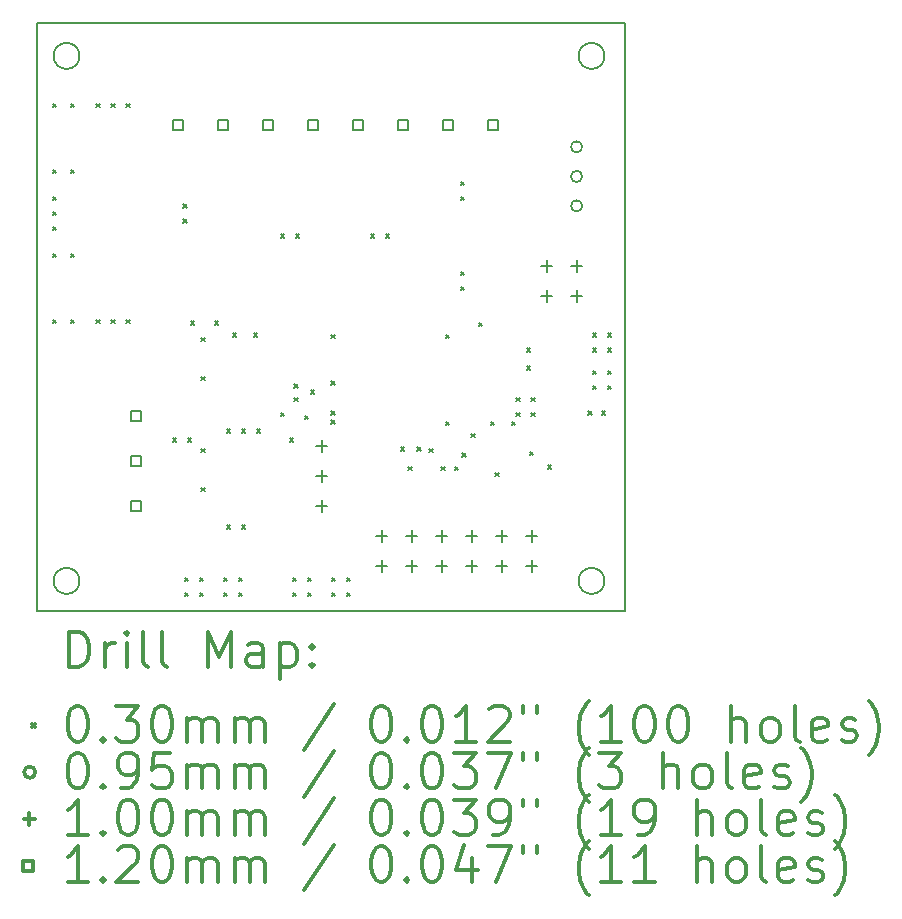
<source format=gbr>
%FSLAX45Y45*%
G04 Gerber Fmt 4.5, Leading zero omitted, Abs format (unit mm)*
G04 Created by KiCad (PCBNEW (5.1.6)-1) date 2021-01-30 12:40:00*
%MOMM*%
%LPD*%
G01*
G04 APERTURE LIST*
%TA.AperFunction,Profile*%
%ADD10C,0.203200*%
%TD*%
%ADD11C,0.200000*%
%ADD12C,0.300000*%
G04 APERTURE END LIST*
D10*
X10524000Y-12954000D02*
G75*
G03*
X10524000Y-12954000I-110000J0D01*
G01*
X14969000Y-12954000D02*
G75*
G03*
X14969000Y-12954000I-110000J0D01*
G01*
X14969000Y-8509000D02*
G75*
G03*
X14969000Y-8509000I-110000J0D01*
G01*
X10524000Y-8509000D02*
G75*
G03*
X10524000Y-8509000I-110000J0D01*
G01*
X10160000Y-8229600D02*
X15138400Y-8229600D01*
X15138400Y-13208000D02*
X15138400Y-8229600D01*
X10160000Y-13208000D02*
X10160000Y-8229600D01*
X10160000Y-13208000D02*
X15138400Y-13208000D01*
D11*
X10297160Y-8912860D02*
X10327640Y-8943340D01*
X10327640Y-8912860D02*
X10297160Y-8943340D01*
X10297160Y-9471660D02*
X10327640Y-9502140D01*
X10327640Y-9471660D02*
X10297160Y-9502140D01*
X10297160Y-9700260D02*
X10327640Y-9730740D01*
X10327640Y-9700260D02*
X10297160Y-9730740D01*
X10297160Y-9827260D02*
X10327640Y-9857740D01*
X10327640Y-9827260D02*
X10297160Y-9857740D01*
X10297160Y-9954260D02*
X10327640Y-9984740D01*
X10327640Y-9954260D02*
X10297160Y-9984740D01*
X10297160Y-10182860D02*
X10327640Y-10213340D01*
X10327640Y-10182860D02*
X10297160Y-10213340D01*
X10297160Y-10741660D02*
X10327640Y-10772140D01*
X10327640Y-10741660D02*
X10297160Y-10772140D01*
X10449560Y-8912860D02*
X10480040Y-8943340D01*
X10480040Y-8912860D02*
X10449560Y-8943340D01*
X10449560Y-9471660D02*
X10480040Y-9502140D01*
X10480040Y-9471660D02*
X10449560Y-9502140D01*
X10449560Y-10182860D02*
X10480040Y-10213340D01*
X10480040Y-10182860D02*
X10449560Y-10213340D01*
X10449560Y-10741660D02*
X10480040Y-10772140D01*
X10480040Y-10741660D02*
X10449560Y-10772140D01*
X10665460Y-8912860D02*
X10695940Y-8943340D01*
X10695940Y-8912860D02*
X10665460Y-8943340D01*
X10665460Y-10741660D02*
X10695940Y-10772140D01*
X10695940Y-10741660D02*
X10665460Y-10772140D01*
X10792460Y-8912860D02*
X10822940Y-8943340D01*
X10822940Y-8912860D02*
X10792460Y-8943340D01*
X10792460Y-10741660D02*
X10822940Y-10772140D01*
X10822940Y-10741660D02*
X10792460Y-10772140D01*
X10919460Y-8912860D02*
X10949940Y-8943340D01*
X10949940Y-8912860D02*
X10919460Y-8943340D01*
X10919460Y-10741660D02*
X10949940Y-10772140D01*
X10949940Y-10741660D02*
X10919460Y-10772140D01*
X11313160Y-11744960D02*
X11343640Y-11775440D01*
X11343640Y-11744960D02*
X11313160Y-11775440D01*
X11402060Y-9763760D02*
X11432540Y-9794240D01*
X11432540Y-9763760D02*
X11402060Y-9794240D01*
X11402060Y-9890760D02*
X11432540Y-9921240D01*
X11432540Y-9890760D02*
X11402060Y-9921240D01*
X11414760Y-12926060D02*
X11445240Y-12956540D01*
X11445240Y-12926060D02*
X11414760Y-12956540D01*
X11414760Y-13053060D02*
X11445240Y-13083540D01*
X11445240Y-13053060D02*
X11414760Y-13083540D01*
X11440160Y-11744960D02*
X11470640Y-11775440D01*
X11470640Y-11744960D02*
X11440160Y-11775440D01*
X11465560Y-10754360D02*
X11496040Y-10784840D01*
X11496040Y-10754360D02*
X11465560Y-10784840D01*
X11541760Y-12926060D02*
X11572240Y-12956540D01*
X11572240Y-12926060D02*
X11541760Y-12956540D01*
X11541760Y-13053060D02*
X11572240Y-13083540D01*
X11572240Y-13053060D02*
X11541760Y-13083540D01*
X11554110Y-10894410D02*
X11584590Y-10924890D01*
X11584590Y-10894410D02*
X11554110Y-10924890D01*
X11554110Y-11834210D02*
X11584590Y-11864690D01*
X11584590Y-11834210D02*
X11554110Y-11864690D01*
X11554460Y-11224260D02*
X11584940Y-11254740D01*
X11584940Y-11224260D02*
X11554460Y-11254740D01*
X11554460Y-12164060D02*
X11584940Y-12194540D01*
X11584940Y-12164060D02*
X11554460Y-12194540D01*
X11668760Y-10754360D02*
X11699240Y-10784840D01*
X11699240Y-10754360D02*
X11668760Y-10784840D01*
X11744960Y-12926060D02*
X11775440Y-12956540D01*
X11775440Y-12926060D02*
X11744960Y-12956540D01*
X11744960Y-13053060D02*
X11775440Y-13083540D01*
X11775440Y-13053060D02*
X11744960Y-13083540D01*
X11770360Y-11668760D02*
X11800840Y-11699240D01*
X11800840Y-11668760D02*
X11770360Y-11699240D01*
X11770360Y-12481560D02*
X11800840Y-12512040D01*
X11800840Y-12481560D02*
X11770360Y-12512040D01*
X11821160Y-10855960D02*
X11851640Y-10886440D01*
X11851640Y-10855960D02*
X11821160Y-10886440D01*
X11871960Y-12926060D02*
X11902440Y-12956540D01*
X11902440Y-12926060D02*
X11871960Y-12956540D01*
X11871960Y-13053060D02*
X11902440Y-13083540D01*
X11902440Y-13053060D02*
X11871960Y-13083540D01*
X11897360Y-11668760D02*
X11927840Y-11699240D01*
X11927840Y-11668760D02*
X11897360Y-11699240D01*
X11897360Y-12481560D02*
X11927840Y-12512040D01*
X11927840Y-12481560D02*
X11897360Y-12512040D01*
X11998960Y-10855960D02*
X12029440Y-10886440D01*
X12029440Y-10855960D02*
X11998960Y-10886440D01*
X12024360Y-11668760D02*
X12054840Y-11699240D01*
X12054840Y-11668760D02*
X12024360Y-11699240D01*
X12227560Y-10017760D02*
X12258040Y-10048240D01*
X12258040Y-10017760D02*
X12227560Y-10048240D01*
X12227560Y-11529060D02*
X12258040Y-11559540D01*
X12258040Y-11529060D02*
X12227560Y-11559540D01*
X12303760Y-11744960D02*
X12334240Y-11775440D01*
X12334240Y-11744960D02*
X12303760Y-11775440D01*
X12329160Y-12926060D02*
X12359640Y-12956540D01*
X12359640Y-12926060D02*
X12329160Y-12956540D01*
X12329160Y-13053060D02*
X12359640Y-13083540D01*
X12359640Y-13053060D02*
X12329160Y-13083540D01*
X12341860Y-11287760D02*
X12372340Y-11318240D01*
X12372340Y-11287760D02*
X12341860Y-11318240D01*
X12341860Y-11402060D02*
X12372340Y-11432540D01*
X12372340Y-11402060D02*
X12341860Y-11432540D01*
X12354560Y-10017760D02*
X12385040Y-10048240D01*
X12385040Y-10017760D02*
X12354560Y-10048240D01*
X12430760Y-11554460D02*
X12461240Y-11584940D01*
X12461240Y-11554460D02*
X12430760Y-11584940D01*
X12456160Y-12926060D02*
X12486640Y-12956540D01*
X12486640Y-12926060D02*
X12456160Y-12956540D01*
X12456160Y-13053060D02*
X12486640Y-13083540D01*
X12486640Y-13053060D02*
X12456160Y-13083540D01*
X12481560Y-11338560D02*
X12512040Y-11369040D01*
X12512040Y-11338560D02*
X12481560Y-11369040D01*
X12653010Y-10868660D02*
X12683490Y-10899140D01*
X12683490Y-10868660D02*
X12653010Y-10899140D01*
X12653010Y-11262360D02*
X12683490Y-11292840D01*
X12683490Y-11262360D02*
X12653010Y-11292840D01*
X12653010Y-11516360D02*
X12683490Y-11546840D01*
X12683490Y-11516360D02*
X12653010Y-11546840D01*
X12653010Y-11592560D02*
X12683490Y-11623040D01*
X12683490Y-11592560D02*
X12653010Y-11623040D01*
X12659360Y-12926060D02*
X12689840Y-12956540D01*
X12689840Y-12926060D02*
X12659360Y-12956540D01*
X12659360Y-13053060D02*
X12689840Y-13083540D01*
X12689840Y-13053060D02*
X12659360Y-13083540D01*
X12786360Y-12926060D02*
X12816840Y-12956540D01*
X12816840Y-12926060D02*
X12786360Y-12956540D01*
X12786360Y-13053060D02*
X12816840Y-13083540D01*
X12816840Y-13053060D02*
X12786360Y-13083540D01*
X12989560Y-10017760D02*
X13020040Y-10048240D01*
X13020040Y-10017760D02*
X12989560Y-10048240D01*
X13116560Y-10017760D02*
X13147040Y-10048240D01*
X13147040Y-10017760D02*
X13116560Y-10048240D01*
X13243560Y-11821160D02*
X13274040Y-11851640D01*
X13274040Y-11821160D02*
X13243560Y-11851640D01*
X13307060Y-11986260D02*
X13337540Y-12016740D01*
X13337540Y-11986260D02*
X13307060Y-12016740D01*
X13383260Y-11821160D02*
X13413740Y-11851640D01*
X13413740Y-11821160D02*
X13383260Y-11851640D01*
X13484860Y-11833860D02*
X13515340Y-11864340D01*
X13515340Y-11833860D02*
X13484860Y-11864340D01*
X13586460Y-11986260D02*
X13616940Y-12016740D01*
X13616940Y-11986260D02*
X13586460Y-12016740D01*
X13624560Y-10868660D02*
X13655040Y-10899140D01*
X13655040Y-10868660D02*
X13624560Y-10899140D01*
X13624560Y-11605260D02*
X13655040Y-11635740D01*
X13655040Y-11605260D02*
X13624560Y-11635740D01*
X13700760Y-11986260D02*
X13731240Y-12016740D01*
X13731240Y-11986260D02*
X13700760Y-12016740D01*
X13751560Y-9573260D02*
X13782040Y-9603740D01*
X13782040Y-9573260D02*
X13751560Y-9603740D01*
X13751560Y-9700260D02*
X13782040Y-9730740D01*
X13782040Y-9700260D02*
X13751560Y-9730740D01*
X13751560Y-10335260D02*
X13782040Y-10365740D01*
X13782040Y-10335260D02*
X13751560Y-10365740D01*
X13751560Y-10462260D02*
X13782040Y-10492740D01*
X13782040Y-10462260D02*
X13751560Y-10492740D01*
X13764260Y-11871960D02*
X13794740Y-11902440D01*
X13794740Y-11871960D02*
X13764260Y-11902440D01*
X13840460Y-11706860D02*
X13870940Y-11737340D01*
X13870940Y-11706860D02*
X13840460Y-11737340D01*
X13903960Y-10767059D02*
X13934440Y-10797539D01*
X13934440Y-10767059D02*
X13903960Y-10797539D01*
X14005560Y-11605260D02*
X14036040Y-11635740D01*
X14036040Y-11605260D02*
X14005560Y-11635740D01*
X14043660Y-12037060D02*
X14074140Y-12067540D01*
X14074140Y-12037060D02*
X14043660Y-12067540D01*
X14183360Y-11605260D02*
X14213840Y-11635740D01*
X14213840Y-11605260D02*
X14183360Y-11635740D01*
X14221460Y-11402060D02*
X14251940Y-11432540D01*
X14251940Y-11402060D02*
X14221460Y-11432540D01*
X14221460Y-11529060D02*
X14251940Y-11559540D01*
X14251940Y-11529060D02*
X14221460Y-11559540D01*
X14310360Y-10982960D02*
X14340840Y-11013440D01*
X14340840Y-10982960D02*
X14310360Y-11013440D01*
X14310360Y-11135360D02*
X14340840Y-11165840D01*
X14340840Y-11135360D02*
X14310360Y-11165840D01*
X14335760Y-11859260D02*
X14366240Y-11889740D01*
X14366240Y-11859260D02*
X14335760Y-11889740D01*
X14348460Y-11402060D02*
X14378940Y-11432540D01*
X14378940Y-11402060D02*
X14348460Y-11432540D01*
X14348460Y-11529060D02*
X14378940Y-11559540D01*
X14378940Y-11529060D02*
X14348460Y-11559540D01*
X14488160Y-11973560D02*
X14518640Y-12004040D01*
X14518640Y-11973560D02*
X14488160Y-12004040D01*
X14831060Y-11516360D02*
X14861540Y-11546840D01*
X14861540Y-11516360D02*
X14831060Y-11546840D01*
X14869160Y-10855960D02*
X14899640Y-10886440D01*
X14899640Y-10855960D02*
X14869160Y-10886440D01*
X14869160Y-10982960D02*
X14899640Y-11013440D01*
X14899640Y-10982960D02*
X14869160Y-11013440D01*
X14869160Y-11173460D02*
X14899640Y-11203940D01*
X14899640Y-11173460D02*
X14869160Y-11203940D01*
X14869160Y-11300460D02*
X14899640Y-11330940D01*
X14899640Y-11300460D02*
X14869160Y-11330940D01*
X14945360Y-11516360D02*
X14975840Y-11546840D01*
X14975840Y-11516360D02*
X14945360Y-11546840D01*
X14996160Y-10855960D02*
X15026640Y-10886440D01*
X15026640Y-10855960D02*
X14996160Y-10886440D01*
X14996160Y-10982960D02*
X15026640Y-11013440D01*
X15026640Y-10982960D02*
X14996160Y-11013440D01*
X14996160Y-11173460D02*
X15026640Y-11203940D01*
X15026640Y-11173460D02*
X14996160Y-11203940D01*
X14996160Y-11300460D02*
X15026640Y-11330940D01*
X15026640Y-11300460D02*
X14996160Y-11330940D01*
X14779500Y-9279000D02*
G75*
G03*
X14779500Y-9279000I-47500J0D01*
G01*
X14779500Y-9529000D02*
G75*
G03*
X14779500Y-9529000I-47500J0D01*
G01*
X14779500Y-9779000D02*
G75*
G03*
X14779500Y-9779000I-47500J0D01*
G01*
X13081000Y-12523000D02*
X13081000Y-12623000D01*
X13031000Y-12573000D02*
X13131000Y-12573000D01*
X13335000Y-12523000D02*
X13335000Y-12623000D01*
X13285000Y-12573000D02*
X13385000Y-12573000D01*
X13589000Y-12523000D02*
X13589000Y-12623000D01*
X13539000Y-12573000D02*
X13639000Y-12573000D01*
X13843000Y-12523000D02*
X13843000Y-12623000D01*
X13793000Y-12573000D02*
X13893000Y-12573000D01*
X14097000Y-12523000D02*
X14097000Y-12623000D01*
X14047000Y-12573000D02*
X14147000Y-12573000D01*
X14351000Y-12523000D02*
X14351000Y-12623000D01*
X14301000Y-12573000D02*
X14401000Y-12573000D01*
X12573000Y-11761000D02*
X12573000Y-11861000D01*
X12523000Y-11811000D02*
X12623000Y-11811000D01*
X12573000Y-12015000D02*
X12573000Y-12115000D01*
X12523000Y-12065000D02*
X12623000Y-12065000D01*
X12573000Y-12269000D02*
X12573000Y-12369000D01*
X12523000Y-12319000D02*
X12623000Y-12319000D01*
X14478000Y-10237000D02*
X14478000Y-10337000D01*
X14428000Y-10287000D02*
X14528000Y-10287000D01*
X14478000Y-10491000D02*
X14478000Y-10591000D01*
X14428000Y-10541000D02*
X14528000Y-10541000D01*
X14732000Y-10237000D02*
X14732000Y-10337000D01*
X14682000Y-10287000D02*
X14782000Y-10287000D01*
X14732000Y-10491000D02*
X14732000Y-10591000D01*
X14682000Y-10541000D02*
X14782000Y-10541000D01*
X13081000Y-12777000D02*
X13081000Y-12877000D01*
X13031000Y-12827000D02*
X13131000Y-12827000D01*
X13335000Y-12777000D02*
X13335000Y-12877000D01*
X13285000Y-12827000D02*
X13385000Y-12827000D01*
X13589000Y-12777000D02*
X13589000Y-12877000D01*
X13539000Y-12827000D02*
X13639000Y-12827000D01*
X13843000Y-12777000D02*
X13843000Y-12877000D01*
X13793000Y-12827000D02*
X13893000Y-12827000D01*
X14097000Y-12777000D02*
X14097000Y-12877000D01*
X14047000Y-12827000D02*
X14147000Y-12827000D01*
X14351000Y-12777000D02*
X14351000Y-12877000D01*
X14301000Y-12827000D02*
X14401000Y-12827000D01*
X11040627Y-11599427D02*
X11040627Y-11514573D01*
X10955773Y-11514573D01*
X10955773Y-11599427D01*
X11040627Y-11599427D01*
X11040627Y-11980427D02*
X11040627Y-11895573D01*
X10955773Y-11895573D01*
X10955773Y-11980427D01*
X11040627Y-11980427D01*
X11040627Y-12361427D02*
X11040627Y-12276573D01*
X10955773Y-12276573D01*
X10955773Y-12361427D01*
X11040627Y-12361427D01*
X11396227Y-9135627D02*
X11396227Y-9050773D01*
X11311373Y-9050773D01*
X11311373Y-9135627D01*
X11396227Y-9135627D01*
X11777227Y-9135627D02*
X11777227Y-9050773D01*
X11692373Y-9050773D01*
X11692373Y-9135627D01*
X11777227Y-9135627D01*
X12158227Y-9135627D02*
X12158227Y-9050773D01*
X12073373Y-9050773D01*
X12073373Y-9135627D01*
X12158227Y-9135627D01*
X12539227Y-9135627D02*
X12539227Y-9050773D01*
X12454373Y-9050773D01*
X12454373Y-9135627D01*
X12539227Y-9135627D01*
X12920227Y-9135627D02*
X12920227Y-9050773D01*
X12835373Y-9050773D01*
X12835373Y-9135627D01*
X12920227Y-9135627D01*
X13301227Y-9135627D02*
X13301227Y-9050773D01*
X13216373Y-9050773D01*
X13216373Y-9135627D01*
X13301227Y-9135627D01*
X13682227Y-9135627D02*
X13682227Y-9050773D01*
X13597373Y-9050773D01*
X13597373Y-9135627D01*
X13682227Y-9135627D01*
X14063227Y-9135627D02*
X14063227Y-9050773D01*
X13978373Y-9050773D01*
X13978373Y-9135627D01*
X14063227Y-9135627D01*
D12*
X10436268Y-13683874D02*
X10436268Y-13383874D01*
X10507697Y-13383874D01*
X10550554Y-13398160D01*
X10579126Y-13426731D01*
X10593411Y-13455303D01*
X10607697Y-13512446D01*
X10607697Y-13555303D01*
X10593411Y-13612446D01*
X10579126Y-13641017D01*
X10550554Y-13669589D01*
X10507697Y-13683874D01*
X10436268Y-13683874D01*
X10736268Y-13683874D02*
X10736268Y-13483874D01*
X10736268Y-13541017D02*
X10750554Y-13512446D01*
X10764840Y-13498160D01*
X10793411Y-13483874D01*
X10821983Y-13483874D01*
X10921983Y-13683874D02*
X10921983Y-13483874D01*
X10921983Y-13383874D02*
X10907697Y-13398160D01*
X10921983Y-13412446D01*
X10936268Y-13398160D01*
X10921983Y-13383874D01*
X10921983Y-13412446D01*
X11107697Y-13683874D02*
X11079126Y-13669589D01*
X11064840Y-13641017D01*
X11064840Y-13383874D01*
X11264840Y-13683874D02*
X11236268Y-13669589D01*
X11221983Y-13641017D01*
X11221983Y-13383874D01*
X11607697Y-13683874D02*
X11607697Y-13383874D01*
X11707697Y-13598160D01*
X11807697Y-13383874D01*
X11807697Y-13683874D01*
X12079126Y-13683874D02*
X12079126Y-13526731D01*
X12064840Y-13498160D01*
X12036268Y-13483874D01*
X11979126Y-13483874D01*
X11950554Y-13498160D01*
X12079126Y-13669589D02*
X12050554Y-13683874D01*
X11979126Y-13683874D01*
X11950554Y-13669589D01*
X11936268Y-13641017D01*
X11936268Y-13612446D01*
X11950554Y-13583874D01*
X11979126Y-13569589D01*
X12050554Y-13569589D01*
X12079126Y-13555303D01*
X12221983Y-13483874D02*
X12221983Y-13783874D01*
X12221983Y-13498160D02*
X12250554Y-13483874D01*
X12307697Y-13483874D01*
X12336268Y-13498160D01*
X12350554Y-13512446D01*
X12364840Y-13541017D01*
X12364840Y-13626731D01*
X12350554Y-13655303D01*
X12336268Y-13669589D01*
X12307697Y-13683874D01*
X12250554Y-13683874D01*
X12221983Y-13669589D01*
X12493411Y-13655303D02*
X12507697Y-13669589D01*
X12493411Y-13683874D01*
X12479126Y-13669589D01*
X12493411Y-13655303D01*
X12493411Y-13683874D01*
X12493411Y-13498160D02*
X12507697Y-13512446D01*
X12493411Y-13526731D01*
X12479126Y-13512446D01*
X12493411Y-13498160D01*
X12493411Y-13526731D01*
X10119360Y-14162920D02*
X10149840Y-14193400D01*
X10149840Y-14162920D02*
X10119360Y-14193400D01*
X10493411Y-14013874D02*
X10521983Y-14013874D01*
X10550554Y-14028160D01*
X10564840Y-14042446D01*
X10579126Y-14071017D01*
X10593411Y-14128160D01*
X10593411Y-14199589D01*
X10579126Y-14256731D01*
X10564840Y-14285303D01*
X10550554Y-14299589D01*
X10521983Y-14313874D01*
X10493411Y-14313874D01*
X10464840Y-14299589D01*
X10450554Y-14285303D01*
X10436268Y-14256731D01*
X10421983Y-14199589D01*
X10421983Y-14128160D01*
X10436268Y-14071017D01*
X10450554Y-14042446D01*
X10464840Y-14028160D01*
X10493411Y-14013874D01*
X10721983Y-14285303D02*
X10736268Y-14299589D01*
X10721983Y-14313874D01*
X10707697Y-14299589D01*
X10721983Y-14285303D01*
X10721983Y-14313874D01*
X10836268Y-14013874D02*
X11021983Y-14013874D01*
X10921983Y-14128160D01*
X10964840Y-14128160D01*
X10993411Y-14142446D01*
X11007697Y-14156731D01*
X11021983Y-14185303D01*
X11021983Y-14256731D01*
X11007697Y-14285303D01*
X10993411Y-14299589D01*
X10964840Y-14313874D01*
X10879126Y-14313874D01*
X10850554Y-14299589D01*
X10836268Y-14285303D01*
X11207697Y-14013874D02*
X11236268Y-14013874D01*
X11264840Y-14028160D01*
X11279126Y-14042446D01*
X11293411Y-14071017D01*
X11307697Y-14128160D01*
X11307697Y-14199589D01*
X11293411Y-14256731D01*
X11279126Y-14285303D01*
X11264840Y-14299589D01*
X11236268Y-14313874D01*
X11207697Y-14313874D01*
X11179126Y-14299589D01*
X11164840Y-14285303D01*
X11150554Y-14256731D01*
X11136268Y-14199589D01*
X11136268Y-14128160D01*
X11150554Y-14071017D01*
X11164840Y-14042446D01*
X11179126Y-14028160D01*
X11207697Y-14013874D01*
X11436268Y-14313874D02*
X11436268Y-14113874D01*
X11436268Y-14142446D02*
X11450554Y-14128160D01*
X11479126Y-14113874D01*
X11521983Y-14113874D01*
X11550554Y-14128160D01*
X11564840Y-14156731D01*
X11564840Y-14313874D01*
X11564840Y-14156731D02*
X11579126Y-14128160D01*
X11607697Y-14113874D01*
X11650554Y-14113874D01*
X11679126Y-14128160D01*
X11693411Y-14156731D01*
X11693411Y-14313874D01*
X11836268Y-14313874D02*
X11836268Y-14113874D01*
X11836268Y-14142446D02*
X11850554Y-14128160D01*
X11879126Y-14113874D01*
X11921983Y-14113874D01*
X11950554Y-14128160D01*
X11964840Y-14156731D01*
X11964840Y-14313874D01*
X11964840Y-14156731D02*
X11979126Y-14128160D01*
X12007697Y-14113874D01*
X12050554Y-14113874D01*
X12079126Y-14128160D01*
X12093411Y-14156731D01*
X12093411Y-14313874D01*
X12679126Y-13999589D02*
X12421983Y-14385303D01*
X13064840Y-14013874D02*
X13093411Y-14013874D01*
X13121983Y-14028160D01*
X13136268Y-14042446D01*
X13150554Y-14071017D01*
X13164840Y-14128160D01*
X13164840Y-14199589D01*
X13150554Y-14256731D01*
X13136268Y-14285303D01*
X13121983Y-14299589D01*
X13093411Y-14313874D01*
X13064840Y-14313874D01*
X13036268Y-14299589D01*
X13021983Y-14285303D01*
X13007697Y-14256731D01*
X12993411Y-14199589D01*
X12993411Y-14128160D01*
X13007697Y-14071017D01*
X13021983Y-14042446D01*
X13036268Y-14028160D01*
X13064840Y-14013874D01*
X13293411Y-14285303D02*
X13307697Y-14299589D01*
X13293411Y-14313874D01*
X13279126Y-14299589D01*
X13293411Y-14285303D01*
X13293411Y-14313874D01*
X13493411Y-14013874D02*
X13521983Y-14013874D01*
X13550554Y-14028160D01*
X13564840Y-14042446D01*
X13579126Y-14071017D01*
X13593411Y-14128160D01*
X13593411Y-14199589D01*
X13579126Y-14256731D01*
X13564840Y-14285303D01*
X13550554Y-14299589D01*
X13521983Y-14313874D01*
X13493411Y-14313874D01*
X13464840Y-14299589D01*
X13450554Y-14285303D01*
X13436268Y-14256731D01*
X13421983Y-14199589D01*
X13421983Y-14128160D01*
X13436268Y-14071017D01*
X13450554Y-14042446D01*
X13464840Y-14028160D01*
X13493411Y-14013874D01*
X13879126Y-14313874D02*
X13707697Y-14313874D01*
X13793411Y-14313874D02*
X13793411Y-14013874D01*
X13764840Y-14056731D01*
X13736268Y-14085303D01*
X13707697Y-14099589D01*
X13993411Y-14042446D02*
X14007697Y-14028160D01*
X14036268Y-14013874D01*
X14107697Y-14013874D01*
X14136268Y-14028160D01*
X14150554Y-14042446D01*
X14164840Y-14071017D01*
X14164840Y-14099589D01*
X14150554Y-14142446D01*
X13979126Y-14313874D01*
X14164840Y-14313874D01*
X14279126Y-14013874D02*
X14279126Y-14071017D01*
X14393411Y-14013874D02*
X14393411Y-14071017D01*
X14836268Y-14428160D02*
X14821983Y-14413874D01*
X14793411Y-14371017D01*
X14779126Y-14342446D01*
X14764840Y-14299589D01*
X14750554Y-14228160D01*
X14750554Y-14171017D01*
X14764840Y-14099589D01*
X14779126Y-14056731D01*
X14793411Y-14028160D01*
X14821983Y-13985303D01*
X14836268Y-13971017D01*
X15107697Y-14313874D02*
X14936268Y-14313874D01*
X15021983Y-14313874D02*
X15021983Y-14013874D01*
X14993411Y-14056731D01*
X14964840Y-14085303D01*
X14936268Y-14099589D01*
X15293411Y-14013874D02*
X15321983Y-14013874D01*
X15350554Y-14028160D01*
X15364840Y-14042446D01*
X15379126Y-14071017D01*
X15393411Y-14128160D01*
X15393411Y-14199589D01*
X15379126Y-14256731D01*
X15364840Y-14285303D01*
X15350554Y-14299589D01*
X15321983Y-14313874D01*
X15293411Y-14313874D01*
X15264840Y-14299589D01*
X15250554Y-14285303D01*
X15236268Y-14256731D01*
X15221983Y-14199589D01*
X15221983Y-14128160D01*
X15236268Y-14071017D01*
X15250554Y-14042446D01*
X15264840Y-14028160D01*
X15293411Y-14013874D01*
X15579126Y-14013874D02*
X15607697Y-14013874D01*
X15636268Y-14028160D01*
X15650554Y-14042446D01*
X15664840Y-14071017D01*
X15679126Y-14128160D01*
X15679126Y-14199589D01*
X15664840Y-14256731D01*
X15650554Y-14285303D01*
X15636268Y-14299589D01*
X15607697Y-14313874D01*
X15579126Y-14313874D01*
X15550554Y-14299589D01*
X15536268Y-14285303D01*
X15521983Y-14256731D01*
X15507697Y-14199589D01*
X15507697Y-14128160D01*
X15521983Y-14071017D01*
X15536268Y-14042446D01*
X15550554Y-14028160D01*
X15579126Y-14013874D01*
X16036268Y-14313874D02*
X16036268Y-14013874D01*
X16164840Y-14313874D02*
X16164840Y-14156731D01*
X16150554Y-14128160D01*
X16121983Y-14113874D01*
X16079126Y-14113874D01*
X16050554Y-14128160D01*
X16036268Y-14142446D01*
X16350554Y-14313874D02*
X16321983Y-14299589D01*
X16307697Y-14285303D01*
X16293411Y-14256731D01*
X16293411Y-14171017D01*
X16307697Y-14142446D01*
X16321983Y-14128160D01*
X16350554Y-14113874D01*
X16393411Y-14113874D01*
X16421983Y-14128160D01*
X16436268Y-14142446D01*
X16450554Y-14171017D01*
X16450554Y-14256731D01*
X16436268Y-14285303D01*
X16421983Y-14299589D01*
X16393411Y-14313874D01*
X16350554Y-14313874D01*
X16621983Y-14313874D02*
X16593411Y-14299589D01*
X16579126Y-14271017D01*
X16579126Y-14013874D01*
X16850554Y-14299589D02*
X16821983Y-14313874D01*
X16764840Y-14313874D01*
X16736268Y-14299589D01*
X16721983Y-14271017D01*
X16721983Y-14156731D01*
X16736268Y-14128160D01*
X16764840Y-14113874D01*
X16821983Y-14113874D01*
X16850554Y-14128160D01*
X16864840Y-14156731D01*
X16864840Y-14185303D01*
X16721983Y-14213874D01*
X16979126Y-14299589D02*
X17007697Y-14313874D01*
X17064840Y-14313874D01*
X17093411Y-14299589D01*
X17107697Y-14271017D01*
X17107697Y-14256731D01*
X17093411Y-14228160D01*
X17064840Y-14213874D01*
X17021983Y-14213874D01*
X16993411Y-14199589D01*
X16979126Y-14171017D01*
X16979126Y-14156731D01*
X16993411Y-14128160D01*
X17021983Y-14113874D01*
X17064840Y-14113874D01*
X17093411Y-14128160D01*
X17207697Y-14428160D02*
X17221983Y-14413874D01*
X17250554Y-14371017D01*
X17264840Y-14342446D01*
X17279126Y-14299589D01*
X17293411Y-14228160D01*
X17293411Y-14171017D01*
X17279126Y-14099589D01*
X17264840Y-14056731D01*
X17250554Y-14028160D01*
X17221983Y-13985303D01*
X17207697Y-13971017D01*
X10149840Y-14574160D02*
G75*
G03*
X10149840Y-14574160I-47500J0D01*
G01*
X10493411Y-14409874D02*
X10521983Y-14409874D01*
X10550554Y-14424160D01*
X10564840Y-14438446D01*
X10579126Y-14467017D01*
X10593411Y-14524160D01*
X10593411Y-14595589D01*
X10579126Y-14652731D01*
X10564840Y-14681303D01*
X10550554Y-14695589D01*
X10521983Y-14709874D01*
X10493411Y-14709874D01*
X10464840Y-14695589D01*
X10450554Y-14681303D01*
X10436268Y-14652731D01*
X10421983Y-14595589D01*
X10421983Y-14524160D01*
X10436268Y-14467017D01*
X10450554Y-14438446D01*
X10464840Y-14424160D01*
X10493411Y-14409874D01*
X10721983Y-14681303D02*
X10736268Y-14695589D01*
X10721983Y-14709874D01*
X10707697Y-14695589D01*
X10721983Y-14681303D01*
X10721983Y-14709874D01*
X10879126Y-14709874D02*
X10936268Y-14709874D01*
X10964840Y-14695589D01*
X10979126Y-14681303D01*
X11007697Y-14638446D01*
X11021983Y-14581303D01*
X11021983Y-14467017D01*
X11007697Y-14438446D01*
X10993411Y-14424160D01*
X10964840Y-14409874D01*
X10907697Y-14409874D01*
X10879126Y-14424160D01*
X10864840Y-14438446D01*
X10850554Y-14467017D01*
X10850554Y-14538446D01*
X10864840Y-14567017D01*
X10879126Y-14581303D01*
X10907697Y-14595589D01*
X10964840Y-14595589D01*
X10993411Y-14581303D01*
X11007697Y-14567017D01*
X11021983Y-14538446D01*
X11293411Y-14409874D02*
X11150554Y-14409874D01*
X11136268Y-14552731D01*
X11150554Y-14538446D01*
X11179126Y-14524160D01*
X11250554Y-14524160D01*
X11279126Y-14538446D01*
X11293411Y-14552731D01*
X11307697Y-14581303D01*
X11307697Y-14652731D01*
X11293411Y-14681303D01*
X11279126Y-14695589D01*
X11250554Y-14709874D01*
X11179126Y-14709874D01*
X11150554Y-14695589D01*
X11136268Y-14681303D01*
X11436268Y-14709874D02*
X11436268Y-14509874D01*
X11436268Y-14538446D02*
X11450554Y-14524160D01*
X11479126Y-14509874D01*
X11521983Y-14509874D01*
X11550554Y-14524160D01*
X11564840Y-14552731D01*
X11564840Y-14709874D01*
X11564840Y-14552731D02*
X11579126Y-14524160D01*
X11607697Y-14509874D01*
X11650554Y-14509874D01*
X11679126Y-14524160D01*
X11693411Y-14552731D01*
X11693411Y-14709874D01*
X11836268Y-14709874D02*
X11836268Y-14509874D01*
X11836268Y-14538446D02*
X11850554Y-14524160D01*
X11879126Y-14509874D01*
X11921983Y-14509874D01*
X11950554Y-14524160D01*
X11964840Y-14552731D01*
X11964840Y-14709874D01*
X11964840Y-14552731D02*
X11979126Y-14524160D01*
X12007697Y-14509874D01*
X12050554Y-14509874D01*
X12079126Y-14524160D01*
X12093411Y-14552731D01*
X12093411Y-14709874D01*
X12679126Y-14395589D02*
X12421983Y-14781303D01*
X13064840Y-14409874D02*
X13093411Y-14409874D01*
X13121983Y-14424160D01*
X13136268Y-14438446D01*
X13150554Y-14467017D01*
X13164840Y-14524160D01*
X13164840Y-14595589D01*
X13150554Y-14652731D01*
X13136268Y-14681303D01*
X13121983Y-14695589D01*
X13093411Y-14709874D01*
X13064840Y-14709874D01*
X13036268Y-14695589D01*
X13021983Y-14681303D01*
X13007697Y-14652731D01*
X12993411Y-14595589D01*
X12993411Y-14524160D01*
X13007697Y-14467017D01*
X13021983Y-14438446D01*
X13036268Y-14424160D01*
X13064840Y-14409874D01*
X13293411Y-14681303D02*
X13307697Y-14695589D01*
X13293411Y-14709874D01*
X13279126Y-14695589D01*
X13293411Y-14681303D01*
X13293411Y-14709874D01*
X13493411Y-14409874D02*
X13521983Y-14409874D01*
X13550554Y-14424160D01*
X13564840Y-14438446D01*
X13579126Y-14467017D01*
X13593411Y-14524160D01*
X13593411Y-14595589D01*
X13579126Y-14652731D01*
X13564840Y-14681303D01*
X13550554Y-14695589D01*
X13521983Y-14709874D01*
X13493411Y-14709874D01*
X13464840Y-14695589D01*
X13450554Y-14681303D01*
X13436268Y-14652731D01*
X13421983Y-14595589D01*
X13421983Y-14524160D01*
X13436268Y-14467017D01*
X13450554Y-14438446D01*
X13464840Y-14424160D01*
X13493411Y-14409874D01*
X13693411Y-14409874D02*
X13879126Y-14409874D01*
X13779126Y-14524160D01*
X13821983Y-14524160D01*
X13850554Y-14538446D01*
X13864840Y-14552731D01*
X13879126Y-14581303D01*
X13879126Y-14652731D01*
X13864840Y-14681303D01*
X13850554Y-14695589D01*
X13821983Y-14709874D01*
X13736268Y-14709874D01*
X13707697Y-14695589D01*
X13693411Y-14681303D01*
X13979126Y-14409874D02*
X14179126Y-14409874D01*
X14050554Y-14709874D01*
X14279126Y-14409874D02*
X14279126Y-14467017D01*
X14393411Y-14409874D02*
X14393411Y-14467017D01*
X14836268Y-14824160D02*
X14821983Y-14809874D01*
X14793411Y-14767017D01*
X14779126Y-14738446D01*
X14764840Y-14695589D01*
X14750554Y-14624160D01*
X14750554Y-14567017D01*
X14764840Y-14495589D01*
X14779126Y-14452731D01*
X14793411Y-14424160D01*
X14821983Y-14381303D01*
X14836268Y-14367017D01*
X14921983Y-14409874D02*
X15107697Y-14409874D01*
X15007697Y-14524160D01*
X15050554Y-14524160D01*
X15079126Y-14538446D01*
X15093411Y-14552731D01*
X15107697Y-14581303D01*
X15107697Y-14652731D01*
X15093411Y-14681303D01*
X15079126Y-14695589D01*
X15050554Y-14709874D01*
X14964840Y-14709874D01*
X14936268Y-14695589D01*
X14921983Y-14681303D01*
X15464840Y-14709874D02*
X15464840Y-14409874D01*
X15593411Y-14709874D02*
X15593411Y-14552731D01*
X15579126Y-14524160D01*
X15550554Y-14509874D01*
X15507697Y-14509874D01*
X15479126Y-14524160D01*
X15464840Y-14538446D01*
X15779126Y-14709874D02*
X15750554Y-14695589D01*
X15736268Y-14681303D01*
X15721983Y-14652731D01*
X15721983Y-14567017D01*
X15736268Y-14538446D01*
X15750554Y-14524160D01*
X15779126Y-14509874D01*
X15821983Y-14509874D01*
X15850554Y-14524160D01*
X15864840Y-14538446D01*
X15879126Y-14567017D01*
X15879126Y-14652731D01*
X15864840Y-14681303D01*
X15850554Y-14695589D01*
X15821983Y-14709874D01*
X15779126Y-14709874D01*
X16050554Y-14709874D02*
X16021983Y-14695589D01*
X16007697Y-14667017D01*
X16007697Y-14409874D01*
X16279126Y-14695589D02*
X16250554Y-14709874D01*
X16193411Y-14709874D01*
X16164840Y-14695589D01*
X16150554Y-14667017D01*
X16150554Y-14552731D01*
X16164840Y-14524160D01*
X16193411Y-14509874D01*
X16250554Y-14509874D01*
X16279126Y-14524160D01*
X16293411Y-14552731D01*
X16293411Y-14581303D01*
X16150554Y-14609874D01*
X16407697Y-14695589D02*
X16436268Y-14709874D01*
X16493411Y-14709874D01*
X16521983Y-14695589D01*
X16536268Y-14667017D01*
X16536268Y-14652731D01*
X16521983Y-14624160D01*
X16493411Y-14609874D01*
X16450554Y-14609874D01*
X16421983Y-14595589D01*
X16407697Y-14567017D01*
X16407697Y-14552731D01*
X16421983Y-14524160D01*
X16450554Y-14509874D01*
X16493411Y-14509874D01*
X16521983Y-14524160D01*
X16636268Y-14824160D02*
X16650554Y-14809874D01*
X16679126Y-14767017D01*
X16693411Y-14738446D01*
X16707697Y-14695589D01*
X16721983Y-14624160D01*
X16721983Y-14567017D01*
X16707697Y-14495589D01*
X16693411Y-14452731D01*
X16679126Y-14424160D01*
X16650554Y-14381303D01*
X16636268Y-14367017D01*
X10099840Y-14920160D02*
X10099840Y-15020160D01*
X10049840Y-14970160D02*
X10149840Y-14970160D01*
X10593411Y-15105874D02*
X10421983Y-15105874D01*
X10507697Y-15105874D02*
X10507697Y-14805874D01*
X10479126Y-14848731D01*
X10450554Y-14877303D01*
X10421983Y-14891589D01*
X10721983Y-15077303D02*
X10736268Y-15091589D01*
X10721983Y-15105874D01*
X10707697Y-15091589D01*
X10721983Y-15077303D01*
X10721983Y-15105874D01*
X10921983Y-14805874D02*
X10950554Y-14805874D01*
X10979126Y-14820160D01*
X10993411Y-14834446D01*
X11007697Y-14863017D01*
X11021983Y-14920160D01*
X11021983Y-14991589D01*
X11007697Y-15048731D01*
X10993411Y-15077303D01*
X10979126Y-15091589D01*
X10950554Y-15105874D01*
X10921983Y-15105874D01*
X10893411Y-15091589D01*
X10879126Y-15077303D01*
X10864840Y-15048731D01*
X10850554Y-14991589D01*
X10850554Y-14920160D01*
X10864840Y-14863017D01*
X10879126Y-14834446D01*
X10893411Y-14820160D01*
X10921983Y-14805874D01*
X11207697Y-14805874D02*
X11236268Y-14805874D01*
X11264840Y-14820160D01*
X11279126Y-14834446D01*
X11293411Y-14863017D01*
X11307697Y-14920160D01*
X11307697Y-14991589D01*
X11293411Y-15048731D01*
X11279126Y-15077303D01*
X11264840Y-15091589D01*
X11236268Y-15105874D01*
X11207697Y-15105874D01*
X11179126Y-15091589D01*
X11164840Y-15077303D01*
X11150554Y-15048731D01*
X11136268Y-14991589D01*
X11136268Y-14920160D01*
X11150554Y-14863017D01*
X11164840Y-14834446D01*
X11179126Y-14820160D01*
X11207697Y-14805874D01*
X11436268Y-15105874D02*
X11436268Y-14905874D01*
X11436268Y-14934446D02*
X11450554Y-14920160D01*
X11479126Y-14905874D01*
X11521983Y-14905874D01*
X11550554Y-14920160D01*
X11564840Y-14948731D01*
X11564840Y-15105874D01*
X11564840Y-14948731D02*
X11579126Y-14920160D01*
X11607697Y-14905874D01*
X11650554Y-14905874D01*
X11679126Y-14920160D01*
X11693411Y-14948731D01*
X11693411Y-15105874D01*
X11836268Y-15105874D02*
X11836268Y-14905874D01*
X11836268Y-14934446D02*
X11850554Y-14920160D01*
X11879126Y-14905874D01*
X11921983Y-14905874D01*
X11950554Y-14920160D01*
X11964840Y-14948731D01*
X11964840Y-15105874D01*
X11964840Y-14948731D02*
X11979126Y-14920160D01*
X12007697Y-14905874D01*
X12050554Y-14905874D01*
X12079126Y-14920160D01*
X12093411Y-14948731D01*
X12093411Y-15105874D01*
X12679126Y-14791589D02*
X12421983Y-15177303D01*
X13064840Y-14805874D02*
X13093411Y-14805874D01*
X13121983Y-14820160D01*
X13136268Y-14834446D01*
X13150554Y-14863017D01*
X13164840Y-14920160D01*
X13164840Y-14991589D01*
X13150554Y-15048731D01*
X13136268Y-15077303D01*
X13121983Y-15091589D01*
X13093411Y-15105874D01*
X13064840Y-15105874D01*
X13036268Y-15091589D01*
X13021983Y-15077303D01*
X13007697Y-15048731D01*
X12993411Y-14991589D01*
X12993411Y-14920160D01*
X13007697Y-14863017D01*
X13021983Y-14834446D01*
X13036268Y-14820160D01*
X13064840Y-14805874D01*
X13293411Y-15077303D02*
X13307697Y-15091589D01*
X13293411Y-15105874D01*
X13279126Y-15091589D01*
X13293411Y-15077303D01*
X13293411Y-15105874D01*
X13493411Y-14805874D02*
X13521983Y-14805874D01*
X13550554Y-14820160D01*
X13564840Y-14834446D01*
X13579126Y-14863017D01*
X13593411Y-14920160D01*
X13593411Y-14991589D01*
X13579126Y-15048731D01*
X13564840Y-15077303D01*
X13550554Y-15091589D01*
X13521983Y-15105874D01*
X13493411Y-15105874D01*
X13464840Y-15091589D01*
X13450554Y-15077303D01*
X13436268Y-15048731D01*
X13421983Y-14991589D01*
X13421983Y-14920160D01*
X13436268Y-14863017D01*
X13450554Y-14834446D01*
X13464840Y-14820160D01*
X13493411Y-14805874D01*
X13693411Y-14805874D02*
X13879126Y-14805874D01*
X13779126Y-14920160D01*
X13821983Y-14920160D01*
X13850554Y-14934446D01*
X13864840Y-14948731D01*
X13879126Y-14977303D01*
X13879126Y-15048731D01*
X13864840Y-15077303D01*
X13850554Y-15091589D01*
X13821983Y-15105874D01*
X13736268Y-15105874D01*
X13707697Y-15091589D01*
X13693411Y-15077303D01*
X14021983Y-15105874D02*
X14079126Y-15105874D01*
X14107697Y-15091589D01*
X14121983Y-15077303D01*
X14150554Y-15034446D01*
X14164840Y-14977303D01*
X14164840Y-14863017D01*
X14150554Y-14834446D01*
X14136268Y-14820160D01*
X14107697Y-14805874D01*
X14050554Y-14805874D01*
X14021983Y-14820160D01*
X14007697Y-14834446D01*
X13993411Y-14863017D01*
X13993411Y-14934446D01*
X14007697Y-14963017D01*
X14021983Y-14977303D01*
X14050554Y-14991589D01*
X14107697Y-14991589D01*
X14136268Y-14977303D01*
X14150554Y-14963017D01*
X14164840Y-14934446D01*
X14279126Y-14805874D02*
X14279126Y-14863017D01*
X14393411Y-14805874D02*
X14393411Y-14863017D01*
X14836268Y-15220160D02*
X14821983Y-15205874D01*
X14793411Y-15163017D01*
X14779126Y-15134446D01*
X14764840Y-15091589D01*
X14750554Y-15020160D01*
X14750554Y-14963017D01*
X14764840Y-14891589D01*
X14779126Y-14848731D01*
X14793411Y-14820160D01*
X14821983Y-14777303D01*
X14836268Y-14763017D01*
X15107697Y-15105874D02*
X14936268Y-15105874D01*
X15021983Y-15105874D02*
X15021983Y-14805874D01*
X14993411Y-14848731D01*
X14964840Y-14877303D01*
X14936268Y-14891589D01*
X15250554Y-15105874D02*
X15307697Y-15105874D01*
X15336268Y-15091589D01*
X15350554Y-15077303D01*
X15379126Y-15034446D01*
X15393411Y-14977303D01*
X15393411Y-14863017D01*
X15379126Y-14834446D01*
X15364840Y-14820160D01*
X15336268Y-14805874D01*
X15279126Y-14805874D01*
X15250554Y-14820160D01*
X15236268Y-14834446D01*
X15221983Y-14863017D01*
X15221983Y-14934446D01*
X15236268Y-14963017D01*
X15250554Y-14977303D01*
X15279126Y-14991589D01*
X15336268Y-14991589D01*
X15364840Y-14977303D01*
X15379126Y-14963017D01*
X15393411Y-14934446D01*
X15750554Y-15105874D02*
X15750554Y-14805874D01*
X15879126Y-15105874D02*
X15879126Y-14948731D01*
X15864840Y-14920160D01*
X15836268Y-14905874D01*
X15793411Y-14905874D01*
X15764840Y-14920160D01*
X15750554Y-14934446D01*
X16064840Y-15105874D02*
X16036268Y-15091589D01*
X16021983Y-15077303D01*
X16007697Y-15048731D01*
X16007697Y-14963017D01*
X16021983Y-14934446D01*
X16036268Y-14920160D01*
X16064840Y-14905874D01*
X16107697Y-14905874D01*
X16136268Y-14920160D01*
X16150554Y-14934446D01*
X16164840Y-14963017D01*
X16164840Y-15048731D01*
X16150554Y-15077303D01*
X16136268Y-15091589D01*
X16107697Y-15105874D01*
X16064840Y-15105874D01*
X16336268Y-15105874D02*
X16307697Y-15091589D01*
X16293411Y-15063017D01*
X16293411Y-14805874D01*
X16564840Y-15091589D02*
X16536268Y-15105874D01*
X16479126Y-15105874D01*
X16450554Y-15091589D01*
X16436268Y-15063017D01*
X16436268Y-14948731D01*
X16450554Y-14920160D01*
X16479126Y-14905874D01*
X16536268Y-14905874D01*
X16564840Y-14920160D01*
X16579126Y-14948731D01*
X16579126Y-14977303D01*
X16436268Y-15005874D01*
X16693411Y-15091589D02*
X16721983Y-15105874D01*
X16779126Y-15105874D01*
X16807697Y-15091589D01*
X16821983Y-15063017D01*
X16821983Y-15048731D01*
X16807697Y-15020160D01*
X16779126Y-15005874D01*
X16736268Y-15005874D01*
X16707697Y-14991589D01*
X16693411Y-14963017D01*
X16693411Y-14948731D01*
X16707697Y-14920160D01*
X16736268Y-14905874D01*
X16779126Y-14905874D01*
X16807697Y-14920160D01*
X16921983Y-15220160D02*
X16936268Y-15205874D01*
X16964840Y-15163017D01*
X16979126Y-15134446D01*
X16993411Y-15091589D01*
X17007697Y-15020160D01*
X17007697Y-14963017D01*
X16993411Y-14891589D01*
X16979126Y-14848731D01*
X16964840Y-14820160D01*
X16936268Y-14777303D01*
X16921983Y-14763017D01*
X10132267Y-15408587D02*
X10132267Y-15323733D01*
X10047413Y-15323733D01*
X10047413Y-15408587D01*
X10132267Y-15408587D01*
X10593411Y-15501874D02*
X10421983Y-15501874D01*
X10507697Y-15501874D02*
X10507697Y-15201874D01*
X10479126Y-15244731D01*
X10450554Y-15273303D01*
X10421983Y-15287589D01*
X10721983Y-15473303D02*
X10736268Y-15487589D01*
X10721983Y-15501874D01*
X10707697Y-15487589D01*
X10721983Y-15473303D01*
X10721983Y-15501874D01*
X10850554Y-15230446D02*
X10864840Y-15216160D01*
X10893411Y-15201874D01*
X10964840Y-15201874D01*
X10993411Y-15216160D01*
X11007697Y-15230446D01*
X11021983Y-15259017D01*
X11021983Y-15287589D01*
X11007697Y-15330446D01*
X10836268Y-15501874D01*
X11021983Y-15501874D01*
X11207697Y-15201874D02*
X11236268Y-15201874D01*
X11264840Y-15216160D01*
X11279126Y-15230446D01*
X11293411Y-15259017D01*
X11307697Y-15316160D01*
X11307697Y-15387589D01*
X11293411Y-15444731D01*
X11279126Y-15473303D01*
X11264840Y-15487589D01*
X11236268Y-15501874D01*
X11207697Y-15501874D01*
X11179126Y-15487589D01*
X11164840Y-15473303D01*
X11150554Y-15444731D01*
X11136268Y-15387589D01*
X11136268Y-15316160D01*
X11150554Y-15259017D01*
X11164840Y-15230446D01*
X11179126Y-15216160D01*
X11207697Y-15201874D01*
X11436268Y-15501874D02*
X11436268Y-15301874D01*
X11436268Y-15330446D02*
X11450554Y-15316160D01*
X11479126Y-15301874D01*
X11521983Y-15301874D01*
X11550554Y-15316160D01*
X11564840Y-15344731D01*
X11564840Y-15501874D01*
X11564840Y-15344731D02*
X11579126Y-15316160D01*
X11607697Y-15301874D01*
X11650554Y-15301874D01*
X11679126Y-15316160D01*
X11693411Y-15344731D01*
X11693411Y-15501874D01*
X11836268Y-15501874D02*
X11836268Y-15301874D01*
X11836268Y-15330446D02*
X11850554Y-15316160D01*
X11879126Y-15301874D01*
X11921983Y-15301874D01*
X11950554Y-15316160D01*
X11964840Y-15344731D01*
X11964840Y-15501874D01*
X11964840Y-15344731D02*
X11979126Y-15316160D01*
X12007697Y-15301874D01*
X12050554Y-15301874D01*
X12079126Y-15316160D01*
X12093411Y-15344731D01*
X12093411Y-15501874D01*
X12679126Y-15187589D02*
X12421983Y-15573303D01*
X13064840Y-15201874D02*
X13093411Y-15201874D01*
X13121983Y-15216160D01*
X13136268Y-15230446D01*
X13150554Y-15259017D01*
X13164840Y-15316160D01*
X13164840Y-15387589D01*
X13150554Y-15444731D01*
X13136268Y-15473303D01*
X13121983Y-15487589D01*
X13093411Y-15501874D01*
X13064840Y-15501874D01*
X13036268Y-15487589D01*
X13021983Y-15473303D01*
X13007697Y-15444731D01*
X12993411Y-15387589D01*
X12993411Y-15316160D01*
X13007697Y-15259017D01*
X13021983Y-15230446D01*
X13036268Y-15216160D01*
X13064840Y-15201874D01*
X13293411Y-15473303D02*
X13307697Y-15487589D01*
X13293411Y-15501874D01*
X13279126Y-15487589D01*
X13293411Y-15473303D01*
X13293411Y-15501874D01*
X13493411Y-15201874D02*
X13521983Y-15201874D01*
X13550554Y-15216160D01*
X13564840Y-15230446D01*
X13579126Y-15259017D01*
X13593411Y-15316160D01*
X13593411Y-15387589D01*
X13579126Y-15444731D01*
X13564840Y-15473303D01*
X13550554Y-15487589D01*
X13521983Y-15501874D01*
X13493411Y-15501874D01*
X13464840Y-15487589D01*
X13450554Y-15473303D01*
X13436268Y-15444731D01*
X13421983Y-15387589D01*
X13421983Y-15316160D01*
X13436268Y-15259017D01*
X13450554Y-15230446D01*
X13464840Y-15216160D01*
X13493411Y-15201874D01*
X13850554Y-15301874D02*
X13850554Y-15501874D01*
X13779126Y-15187589D02*
X13707697Y-15401874D01*
X13893411Y-15401874D01*
X13979126Y-15201874D02*
X14179126Y-15201874D01*
X14050554Y-15501874D01*
X14279126Y-15201874D02*
X14279126Y-15259017D01*
X14393411Y-15201874D02*
X14393411Y-15259017D01*
X14836268Y-15616160D02*
X14821983Y-15601874D01*
X14793411Y-15559017D01*
X14779126Y-15530446D01*
X14764840Y-15487589D01*
X14750554Y-15416160D01*
X14750554Y-15359017D01*
X14764840Y-15287589D01*
X14779126Y-15244731D01*
X14793411Y-15216160D01*
X14821983Y-15173303D01*
X14836268Y-15159017D01*
X15107697Y-15501874D02*
X14936268Y-15501874D01*
X15021983Y-15501874D02*
X15021983Y-15201874D01*
X14993411Y-15244731D01*
X14964840Y-15273303D01*
X14936268Y-15287589D01*
X15393411Y-15501874D02*
X15221983Y-15501874D01*
X15307697Y-15501874D02*
X15307697Y-15201874D01*
X15279126Y-15244731D01*
X15250554Y-15273303D01*
X15221983Y-15287589D01*
X15750554Y-15501874D02*
X15750554Y-15201874D01*
X15879126Y-15501874D02*
X15879126Y-15344731D01*
X15864840Y-15316160D01*
X15836268Y-15301874D01*
X15793411Y-15301874D01*
X15764840Y-15316160D01*
X15750554Y-15330446D01*
X16064840Y-15501874D02*
X16036268Y-15487589D01*
X16021983Y-15473303D01*
X16007697Y-15444731D01*
X16007697Y-15359017D01*
X16021983Y-15330446D01*
X16036268Y-15316160D01*
X16064840Y-15301874D01*
X16107697Y-15301874D01*
X16136268Y-15316160D01*
X16150554Y-15330446D01*
X16164840Y-15359017D01*
X16164840Y-15444731D01*
X16150554Y-15473303D01*
X16136268Y-15487589D01*
X16107697Y-15501874D01*
X16064840Y-15501874D01*
X16336268Y-15501874D02*
X16307697Y-15487589D01*
X16293411Y-15459017D01*
X16293411Y-15201874D01*
X16564840Y-15487589D02*
X16536268Y-15501874D01*
X16479126Y-15501874D01*
X16450554Y-15487589D01*
X16436268Y-15459017D01*
X16436268Y-15344731D01*
X16450554Y-15316160D01*
X16479126Y-15301874D01*
X16536268Y-15301874D01*
X16564840Y-15316160D01*
X16579126Y-15344731D01*
X16579126Y-15373303D01*
X16436268Y-15401874D01*
X16693411Y-15487589D02*
X16721983Y-15501874D01*
X16779126Y-15501874D01*
X16807697Y-15487589D01*
X16821983Y-15459017D01*
X16821983Y-15444731D01*
X16807697Y-15416160D01*
X16779126Y-15401874D01*
X16736268Y-15401874D01*
X16707697Y-15387589D01*
X16693411Y-15359017D01*
X16693411Y-15344731D01*
X16707697Y-15316160D01*
X16736268Y-15301874D01*
X16779126Y-15301874D01*
X16807697Y-15316160D01*
X16921983Y-15616160D02*
X16936268Y-15601874D01*
X16964840Y-15559017D01*
X16979126Y-15530446D01*
X16993411Y-15487589D01*
X17007697Y-15416160D01*
X17007697Y-15359017D01*
X16993411Y-15287589D01*
X16979126Y-15244731D01*
X16964840Y-15216160D01*
X16936268Y-15173303D01*
X16921983Y-15159017D01*
M02*

</source>
